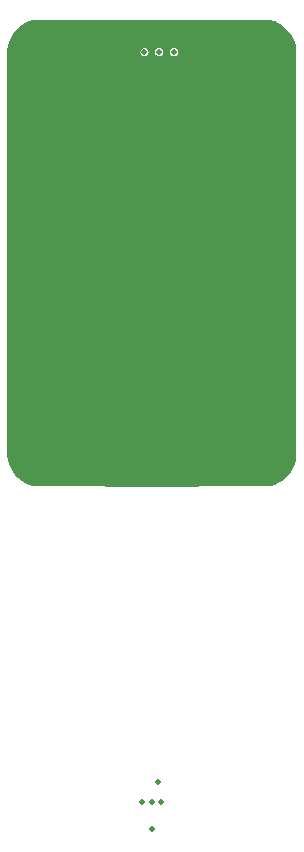
<source format=gbl>
G04*
G04 #@! TF.GenerationSoftware,Altium Limited,Altium Designer,23.3.1 (30)*
G04*
G04 Layer_Physical_Order=4*
G04 Layer_Color=16711680*
%FSLAX25Y25*%
%MOIN*%
G70*
G04*
G04 #@! TF.SameCoordinates,E44149EA-E104-4754-9592-5F3D4FB4DBB9*
G04*
G04*
G04 #@! TF.FilePolarity,Positive*
G04*
G01*
G75*
%ADD24C,0.19685*%
%ADD25C,0.01968*%
G36*
X39515Y266528D02*
X40883Y266161D01*
X42192Y265619D01*
X43419Y264911D01*
X44543Y264049D01*
X45544Y263047D01*
X46407Y261923D01*
X47115Y260696D01*
X47657Y259387D01*
X48024Y258018D01*
X48209Y256614D01*
Y255906D01*
Y122047D01*
Y121339D01*
X48024Y119934D01*
X47657Y118566D01*
X47115Y117257D01*
X46407Y116030D01*
X45544Y114906D01*
X44543Y113904D01*
X43419Y113042D01*
X42192Y112334D01*
X40883Y111791D01*
X39515Y111425D01*
X38110Y111240D01*
X17323D01*
X17307Y111236D01*
X17290Y111239D01*
X16518Y111214D01*
X16469Y111203D01*
X16419Y111206D01*
X14888Y111004D01*
X14825Y110983D01*
X14759Y110979D01*
X14563Y110926D01*
X-14563D01*
X-14759Y110978D01*
X-14825Y110983D01*
X-14888Y111004D01*
X-16419Y111206D01*
X-16469Y111203D01*
X-16518Y111214D01*
X-17290Y111239D01*
X-17307Y111236D01*
X-17323Y111240D01*
X-38110D01*
X-39514Y111425D01*
X-40883Y111791D01*
X-42192Y112333D01*
X-43419Y113042D01*
X-44543Y113904D01*
X-45545Y114906D01*
X-46407Y116030D01*
X-47115Y117257D01*
X-47657Y118566D01*
X-48024Y119934D01*
X-48209Y121339D01*
Y122047D01*
Y255906D01*
Y256614D01*
X-48024Y258018D01*
X-47657Y259387D01*
X-47115Y260696D01*
X-46407Y261923D01*
X-45545Y263047D01*
X-44543Y264049D01*
X-43419Y264911D01*
X-42192Y265619D01*
X-40883Y266161D01*
X-39514Y266528D01*
X-38110Y266713D01*
X38110D01*
X39515Y266528D01*
D02*
G37*
%LPC*%
G36*
X7382Y257311D02*
X6844Y257204D01*
X6388Y256899D01*
X6084Y256443D01*
X5977Y255906D01*
X6084Y255368D01*
X6388Y254912D01*
X6844Y254608D01*
X7382Y254501D01*
X7920Y254608D01*
X8375Y254912D01*
X8680Y255368D01*
X8787Y255906D01*
X8680Y256443D01*
X8375Y256899D01*
X7920Y257204D01*
X7382Y257311D01*
D02*
G37*
G36*
X2461D02*
X1923Y257204D01*
X1467Y256899D01*
X1163Y256443D01*
X1056Y255906D01*
X1163Y255368D01*
X1467Y254912D01*
X1923Y254608D01*
X2461Y254501D01*
X2998Y254608D01*
X3454Y254912D01*
X3759Y255368D01*
X3866Y255906D01*
X3759Y256443D01*
X3454Y256899D01*
X2998Y257204D01*
X2461Y257311D01*
D02*
G37*
G36*
X-2461D02*
X-2998Y257204D01*
X-3454Y256899D01*
X-3759Y256443D01*
X-3866Y255906D01*
X-3759Y255368D01*
X-3454Y254912D01*
X-2998Y254608D01*
X-2461Y254501D01*
X-1923Y254608D01*
X-1467Y254912D01*
X-1163Y255368D01*
X-1056Y255906D01*
X-1163Y256443D01*
X-1467Y256899D01*
X-1923Y257204D01*
X-2461Y257311D01*
D02*
G37*
%LPD*%
D24*
X37402Y122047D02*
D03*
X-37402D02*
D03*
X37402Y255906D02*
D03*
X-37402D02*
D03*
D25*
X3150Y5906D02*
D03*
X0D02*
D03*
X2043Y12598D02*
D03*
X-11272Y174626D02*
D03*
Y213996D02*
D03*
X37941Y194311D02*
D03*
X18256Y233681D02*
D03*
X-30957Y135256D02*
D03*
X-40799Y233681D02*
D03*
X-21114D02*
D03*
X-40799Y154941D02*
D03*
X-30957Y174626D02*
D03*
Y213996D02*
D03*
X-21114Y154941D02*
D03*
X-40799Y194311D02*
D03*
X-11272Y253366D02*
D03*
X8413Y174626D02*
D03*
X-21114Y115571D02*
D03*
Y194311D02*
D03*
X37941Y233681D02*
D03*
X8413Y135256D02*
D03*
X28098Y174626D02*
D03*
X18256Y115571D02*
D03*
Y154941D02*
D03*
Y194311D02*
D03*
X8413Y213996D02*
D03*
X-11272Y135256D02*
D03*
X28098D02*
D03*
Y213996D02*
D03*
X37941Y154941D02*
D03*
X7382Y255906D02*
D03*
X2461D02*
D03*
X-2461D02*
D03*
X-3150Y5906D02*
D03*
X0Y-2953D02*
D03*
M02*

</source>
